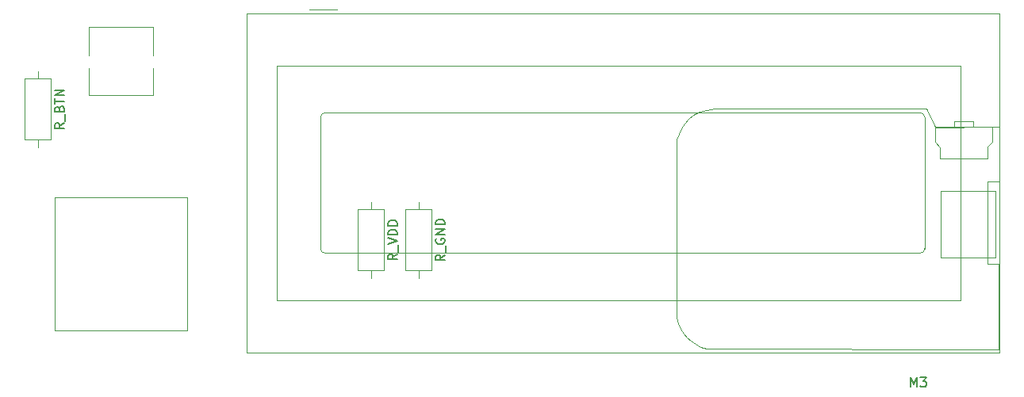
<source format=gbr>
%TF.GenerationSoftware,KiCad,Pcbnew,(5.1.10)-1*%
%TF.CreationDate,2021-11-07T19:57:30+01:00*%
%TF.ProjectId,bussData,62757373-4461-4746-912e-6b696361645f,rev?*%
%TF.SameCoordinates,Original*%
%TF.FileFunction,Legend,Top*%
%TF.FilePolarity,Positive*%
%FSLAX46Y46*%
G04 Gerber Fmt 4.6, Leading zero omitted, Abs format (unit mm)*
G04 Created by KiCad (PCBNEW (5.1.10)-1) date 2021-11-07 19:57:30*
%MOMM*%
%LPD*%
G01*
G04 APERTURE LIST*
%ADD10C,0.100000*%
%ADD11C,0.120000*%
%ADD12C,0.150000*%
G04 APERTURE END LIST*
D10*
%TO.C,esp8266 D1 Wemos mini*%
X184926932Y-74928483D02*
X184926932Y-75545844D01*
X182933738Y-74928483D02*
X184926932Y-74928483D01*
X182933738Y-75581122D02*
X182933738Y-74928483D01*
X186937765Y-75563483D02*
X180852349Y-75616400D01*
X186937765Y-77133344D02*
X186937765Y-75563483D01*
X186443876Y-77662511D02*
X186937765Y-77133344D01*
X186443876Y-78950150D02*
X186443876Y-77662511D01*
X181381515Y-78950150D02*
X186443876Y-78950150D01*
X181381515Y-77697789D02*
X181381515Y-78950150D01*
X180852349Y-77168622D02*
X181381515Y-77697789D01*
X180852349Y-75616400D02*
X180852349Y-77168622D01*
X187315188Y-89539650D02*
X181501451Y-89539650D01*
X187315188Y-82400069D02*
X187315188Y-89539650D01*
X181501451Y-82400069D02*
X187315188Y-82400069D01*
X181501451Y-89539650D02*
X181501451Y-82400069D01*
X180874181Y-75527520D02*
X187682524Y-75557314D01*
X179913285Y-73583974D02*
X180874181Y-75527520D01*
X157358193Y-73608922D02*
X179913285Y-73583974D01*
X156465425Y-73724518D02*
X157358193Y-73608922D01*
X155710387Y-73952878D02*
X156465425Y-73724518D01*
X155078540Y-74280405D02*
X155710387Y-73952878D01*
X154555342Y-74693497D02*
X155078540Y-74280405D01*
X154126257Y-75178555D02*
X154555342Y-74693497D01*
X153776742Y-75721982D02*
X154126257Y-75178555D01*
X153492259Y-76310176D02*
X153776742Y-75721982D01*
X153258266Y-76929540D02*
X153492259Y-76310176D01*
X153287024Y-95967453D02*
X153258266Y-76929540D01*
X153472690Y-96565250D02*
X153287024Y-95967453D01*
X153719623Y-97109440D02*
X153472690Y-96565250D01*
X154027259Y-97600512D02*
X153719623Y-97109440D01*
X154395048Y-98038953D02*
X154027259Y-97600512D01*
X154822423Y-98425253D02*
X154395048Y-98038953D01*
X155308833Y-98759901D02*
X154822423Y-98425253D01*
X155853714Y-99043384D02*
X155308833Y-98759901D01*
X156456507Y-99276195D02*
X155853714Y-99043384D01*
X187626658Y-99290193D02*
X156456507Y-99276195D01*
X187652736Y-90209397D02*
X187626658Y-99290193D01*
X186450483Y-90211373D02*
X187652736Y-90209397D01*
X186443795Y-81380151D02*
X186450483Y-90211373D01*
X187727228Y-81353820D02*
X186443795Y-81380151D01*
X187727228Y-75542528D02*
X187727228Y-81353820D01*
D11*
%TO.C,LCD1*%
X110570000Y-94040000D02*
X110570000Y-69040000D01*
X183570000Y-94040000D02*
X110570000Y-94040000D01*
X183570000Y-69040000D02*
X183570000Y-94040000D01*
X110570000Y-69040000D02*
X183570000Y-69040000D01*
X179770000Y-74540000D02*
X179770000Y-88540000D01*
X179270660Y-89040000D02*
X115770000Y-89040000D01*
X115270280Y-88539320D02*
X115270280Y-74540000D01*
X115770000Y-74040000D02*
X179270000Y-74040000D01*
X114070000Y-63040000D02*
X117070000Y-63040000D01*
X107440000Y-63400000D02*
X108230000Y-63400000D01*
X107430000Y-63400000D02*
X107430000Y-99680000D01*
X187710000Y-63400000D02*
X108230000Y-63400000D01*
X187710000Y-99680000D02*
X187710000Y-63400000D01*
X107430000Y-99680000D02*
X187710000Y-99680000D01*
X115770660Y-74038460D02*
G75*
G03*
X115270280Y-74538840I0J-500380D01*
G01*
X115270280Y-88539320D02*
G75*
G03*
X115770660Y-89039700I500380J0D01*
G01*
X179270660Y-89039700D02*
G75*
G03*
X179771040Y-88539320I0J500380D01*
G01*
X179770000Y-74540000D02*
G75*
G03*
X179270000Y-74040000I-500000J0D01*
G01*
%TO.C,R_VDD*%
X120650000Y-91670000D02*
X120650000Y-90900000D01*
X120650000Y-83590000D02*
X120650000Y-84360000D01*
X122020000Y-90900000D02*
X122020000Y-84360000D01*
X119280000Y-90900000D02*
X122020000Y-90900000D01*
X119280000Y-84360000D02*
X119280000Y-90900000D01*
X122020000Y-84360000D02*
X119280000Y-84360000D01*
%TO.C,R_BTN*%
X85090000Y-77700000D02*
X85090000Y-76930000D01*
X85090000Y-69620000D02*
X85090000Y-70390000D01*
X86460000Y-76930000D02*
X86460000Y-70390000D01*
X83720000Y-76930000D02*
X86460000Y-76930000D01*
X83720000Y-70390000D02*
X83720000Y-76930000D01*
X86460000Y-70390000D02*
X83720000Y-70390000D01*
%TO.C,R_GND*%
X125730000Y-91670000D02*
X125730000Y-90900000D01*
X125730000Y-83590000D02*
X125730000Y-84360000D01*
X127100000Y-90900000D02*
X127100000Y-84360000D01*
X124360000Y-90900000D02*
X127100000Y-90900000D01*
X124360000Y-84360000D02*
X124360000Y-90900000D01*
X127100000Y-84360000D02*
X124360000Y-84360000D01*
%TO.C,DIM1*%
X97400000Y-72140000D02*
X90560000Y-72140000D01*
X97400000Y-64900000D02*
X90560000Y-64900000D01*
X90560000Y-69230000D02*
X90560000Y-72140000D01*
X90560000Y-64900000D02*
X90560000Y-67930000D01*
X97400000Y-69230000D02*
X97400000Y-72140000D01*
X97400000Y-64900000D02*
X97400000Y-67930000D01*
%TO.C,btn1*%
X101080000Y-83070000D02*
X86880000Y-83070000D01*
X101080000Y-97270000D02*
X101080000Y-83070000D01*
X86880000Y-97270000D02*
X101080000Y-97270000D01*
X86880000Y-83070000D02*
X86880000Y-97270000D01*
%TO.C,M3*%
D12*
X178260476Y-103322380D02*
X178260476Y-102322380D01*
X178593809Y-103036666D01*
X178927142Y-102322380D01*
X178927142Y-103322380D01*
X179308095Y-102322380D02*
X179927142Y-102322380D01*
X179593809Y-102703333D01*
X179736666Y-102703333D01*
X179831904Y-102750952D01*
X179879523Y-102798571D01*
X179927142Y-102893809D01*
X179927142Y-103131904D01*
X179879523Y-103227142D01*
X179831904Y-103274761D01*
X179736666Y-103322380D01*
X179450952Y-103322380D01*
X179355714Y-103274761D01*
X179308095Y-103227142D01*
%TO.C,R_VDD*%
X123472380Y-89130000D02*
X122996190Y-89463333D01*
X123472380Y-89701428D02*
X122472380Y-89701428D01*
X122472380Y-89320476D01*
X122520000Y-89225238D01*
X122567619Y-89177619D01*
X122662857Y-89130000D01*
X122805714Y-89130000D01*
X122900952Y-89177619D01*
X122948571Y-89225238D01*
X122996190Y-89320476D01*
X122996190Y-89701428D01*
X123567619Y-88939523D02*
X123567619Y-88177619D01*
X122472380Y-88082380D02*
X123472380Y-87749047D01*
X122472380Y-87415714D01*
X123472380Y-87082380D02*
X122472380Y-87082380D01*
X122472380Y-86844285D01*
X122520000Y-86701428D01*
X122615238Y-86606190D01*
X122710476Y-86558571D01*
X122900952Y-86510952D01*
X123043809Y-86510952D01*
X123234285Y-86558571D01*
X123329523Y-86606190D01*
X123424761Y-86701428D01*
X123472380Y-86844285D01*
X123472380Y-87082380D01*
X123472380Y-86082380D02*
X122472380Y-86082380D01*
X122472380Y-85844285D01*
X122520000Y-85701428D01*
X122615238Y-85606190D01*
X122710476Y-85558571D01*
X122900952Y-85510952D01*
X123043809Y-85510952D01*
X123234285Y-85558571D01*
X123329523Y-85606190D01*
X123424761Y-85701428D01*
X123472380Y-85844285D01*
X123472380Y-86082380D01*
%TO.C,R_BTN*%
X87912380Y-75136190D02*
X87436190Y-75469523D01*
X87912380Y-75707619D02*
X86912380Y-75707619D01*
X86912380Y-75326666D01*
X86960000Y-75231428D01*
X87007619Y-75183809D01*
X87102857Y-75136190D01*
X87245714Y-75136190D01*
X87340952Y-75183809D01*
X87388571Y-75231428D01*
X87436190Y-75326666D01*
X87436190Y-75707619D01*
X88007619Y-74945714D02*
X88007619Y-74183809D01*
X87388571Y-73612380D02*
X87436190Y-73469523D01*
X87483809Y-73421904D01*
X87579047Y-73374285D01*
X87721904Y-73374285D01*
X87817142Y-73421904D01*
X87864761Y-73469523D01*
X87912380Y-73564761D01*
X87912380Y-73945714D01*
X86912380Y-73945714D01*
X86912380Y-73612380D01*
X86960000Y-73517142D01*
X87007619Y-73469523D01*
X87102857Y-73421904D01*
X87198095Y-73421904D01*
X87293333Y-73469523D01*
X87340952Y-73517142D01*
X87388571Y-73612380D01*
X87388571Y-73945714D01*
X86912380Y-73088571D02*
X86912380Y-72517142D01*
X87912380Y-72802857D02*
X86912380Y-72802857D01*
X87912380Y-72183809D02*
X86912380Y-72183809D01*
X87912380Y-71612380D01*
X86912380Y-71612380D01*
%TO.C,R_GND*%
X128552380Y-89225238D02*
X128076190Y-89558571D01*
X128552380Y-89796666D02*
X127552380Y-89796666D01*
X127552380Y-89415714D01*
X127600000Y-89320476D01*
X127647619Y-89272857D01*
X127742857Y-89225238D01*
X127885714Y-89225238D01*
X127980952Y-89272857D01*
X128028571Y-89320476D01*
X128076190Y-89415714D01*
X128076190Y-89796666D01*
X128647619Y-89034761D02*
X128647619Y-88272857D01*
X127600000Y-87510952D02*
X127552380Y-87606190D01*
X127552380Y-87749047D01*
X127600000Y-87891904D01*
X127695238Y-87987142D01*
X127790476Y-88034761D01*
X127980952Y-88082380D01*
X128123809Y-88082380D01*
X128314285Y-88034761D01*
X128409523Y-87987142D01*
X128504761Y-87891904D01*
X128552380Y-87749047D01*
X128552380Y-87653809D01*
X128504761Y-87510952D01*
X128457142Y-87463333D01*
X128123809Y-87463333D01*
X128123809Y-87653809D01*
X128552380Y-87034761D02*
X127552380Y-87034761D01*
X128552380Y-86463333D01*
X127552380Y-86463333D01*
X128552380Y-85987142D02*
X127552380Y-85987142D01*
X127552380Y-85749047D01*
X127600000Y-85606190D01*
X127695238Y-85510952D01*
X127790476Y-85463333D01*
X127980952Y-85415714D01*
X128123809Y-85415714D01*
X128314285Y-85463333D01*
X128409523Y-85510952D01*
X128504761Y-85606190D01*
X128552380Y-85749047D01*
X128552380Y-85987142D01*
%TD*%
M02*

</source>
